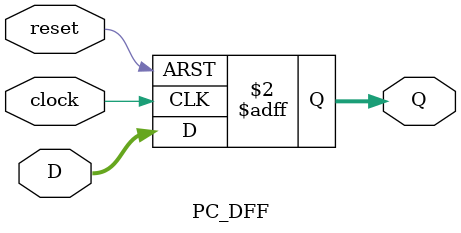
<source format=v>
module program_counter (in, PS, reset, clock, out);
	input [31:0] in;
	input [1:0] PS;
	input reset, clock;
	output [63:0]out;
	
	wire [31:0] DFF_in, S_add, S_mult, dff_out, mult;
	wire C1, C2;

	assign mult = {in[29:0], 2'b00};
	
	FullAdder inst_add (S_add, C1, dff_out, 32'd4, 1'b0);
	FullAdder inst_mult (S_mult, C2, dff_out, mult, 1'b0);

	Mux4to1Nbit inst_mux (.F(DFF_in), .S(PS), .I0(dff_out), .I1(S_add), .I2(in), .I3(S_mult));
	defparam inst_mux.N = 32;
	
	PC_DFF inst_dff (.Q(dff_out), .D(DFF_in), .clock(clock), .reset(reset));
	
	assign out = dff_out;
	
endmodule


module PC_DFF(Q, D, clock, reset);
	output reg [31:0]Q;
	input [31:0]D;
	input clock, reset;
	parameter PC_RESET_VALUE=32'h00000000;
	always @(posedge clock or posedge reset) begin
		if(reset) Q <= PC_RESET_VALUE;
		else Q <= D;
	end
endmodule




</source>
